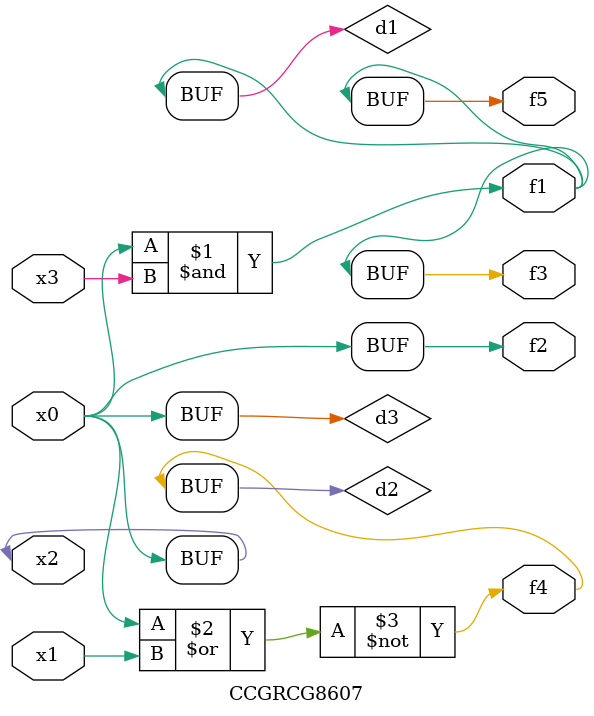
<source format=v>
module CCGRCG8607(
	input x0, x1, x2, x3,
	output f1, f2, f3, f4, f5
);

	wire d1, d2, d3;

	and (d1, x2, x3);
	nor (d2, x0, x1);
	buf (d3, x0, x2);
	assign f1 = d1;
	assign f2 = d3;
	assign f3 = d1;
	assign f4 = d2;
	assign f5 = d1;
endmodule

</source>
